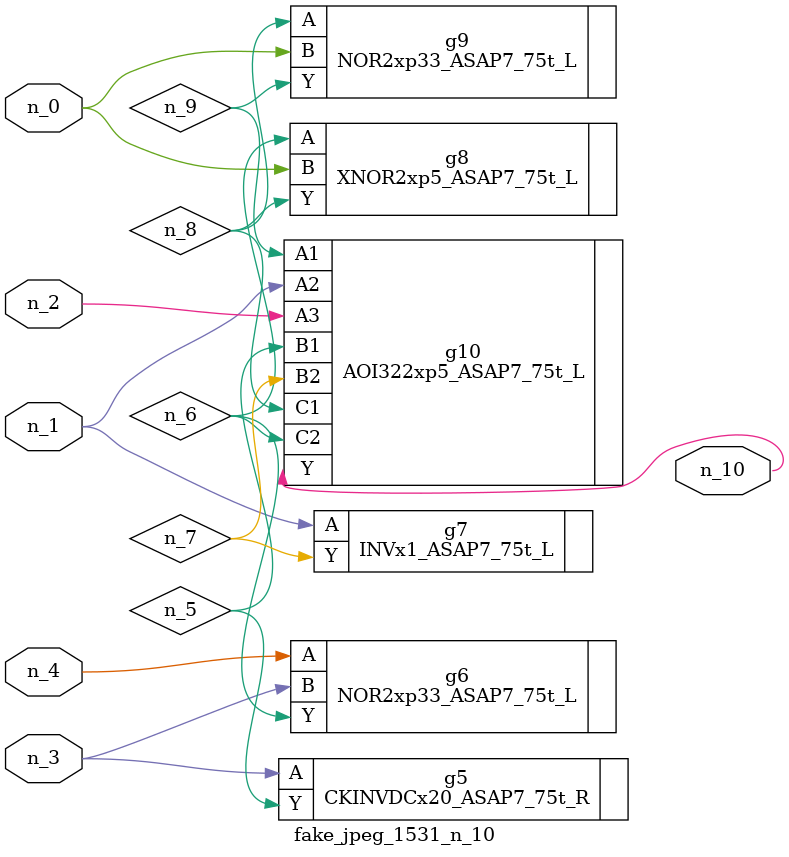
<source format=v>
module fake_jpeg_1531_n_10 (n_3, n_2, n_1, n_0, n_4, n_10);

input n_3;
input n_2;
input n_1;
input n_0;
input n_4;

output n_10;

wire n_8;
wire n_9;
wire n_6;
wire n_5;
wire n_7;

CKINVDCx20_ASAP7_75t_R g5 ( 
.A(n_3),
.Y(n_5)
);

NOR2xp33_ASAP7_75t_L g6 ( 
.A(n_4),
.B(n_3),
.Y(n_6)
);

INVx1_ASAP7_75t_L g7 ( 
.A(n_1),
.Y(n_7)
);

XNOR2xp5_ASAP7_75t_L g8 ( 
.A(n_6),
.B(n_0),
.Y(n_8)
);

NOR2xp33_ASAP7_75t_L g9 ( 
.A(n_8),
.B(n_0),
.Y(n_9)
);

AOI322xp5_ASAP7_75t_L g10 ( 
.A1(n_9),
.A2(n_1),
.A3(n_2),
.B1(n_5),
.B2(n_7),
.C1(n_8),
.C2(n_6),
.Y(n_10)
);


endmodule
</source>
